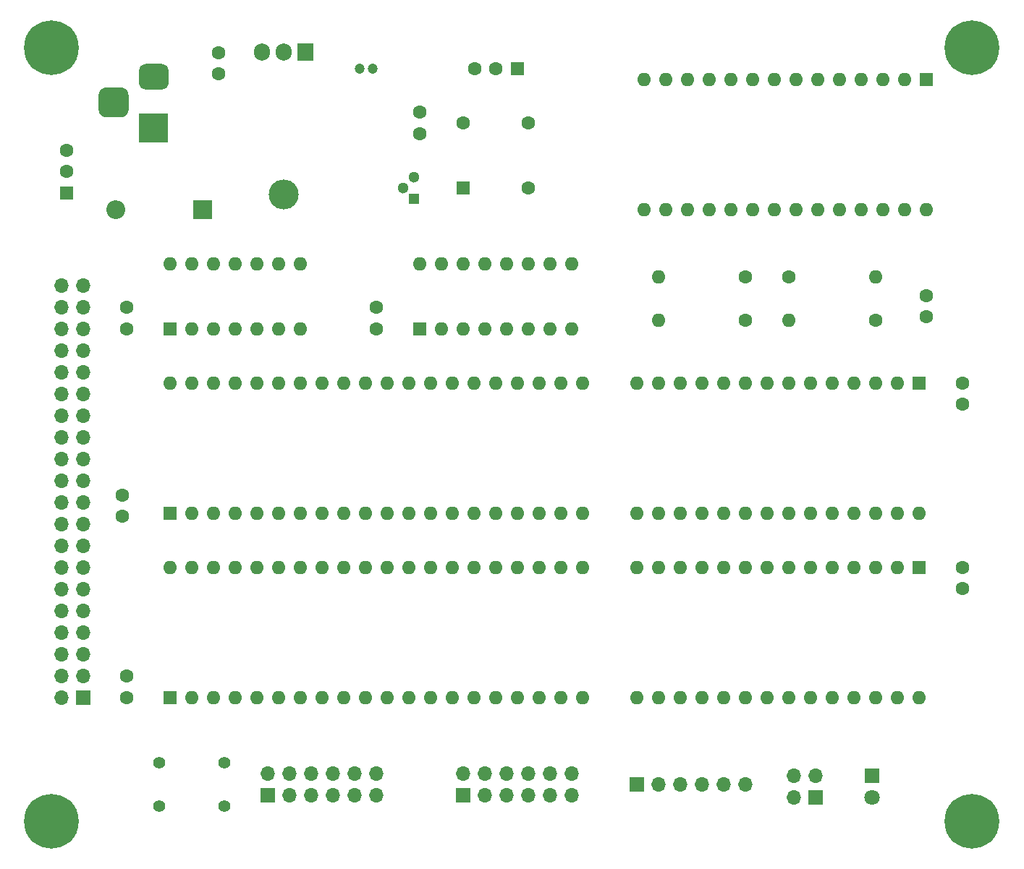
<source format=gts>
%TF.GenerationSoftware,KiCad,Pcbnew,5.1.9+dfsg1-1*%
%TF.CreationDate,2021-08-01T20:01:47+10:00*%
%TF.ProjectId,6502-computer,36353032-2d63-46f6-9d70-757465722e6b,rev?*%
%TF.SameCoordinates,Original*%
%TF.FileFunction,Soldermask,Top*%
%TF.FilePolarity,Negative*%
%FSLAX46Y46*%
G04 Gerber Fmt 4.6, Leading zero omitted, Abs format (unit mm)*
G04 Created by KiCad (PCBNEW 5.1.9+dfsg1-1) date 2021-08-01 20:01:47*
%MOMM*%
%LPD*%
G01*
G04 APERTURE LIST*
%ADD10R,1.600000X1.600000*%
%ADD11O,1.600000X1.600000*%
%ADD12C,1.300000*%
%ADD13R,1.300000X1.300000*%
%ADD14R,1.700000X1.700000*%
%ADD15O,1.700000X1.700000*%
%ADD16C,1.397000*%
%ADD17C,1.600000*%
%ADD18R,1.800000X1.800000*%
%ADD19C,1.800000*%
%ADD20C,0.800000*%
%ADD21C,6.400000*%
%ADD22O,1.905000X2.000000*%
%ADD23R,1.905000X2.000000*%
%ADD24O,3.500000X3.500000*%
%ADD25C,1.200000*%
%ADD26R,2.200000X2.200000*%
%ADD27O,2.200000X2.200000*%
%ADD28R,3.500000X3.500000*%
G04 APERTURE END LIST*
D10*
%TO.C,U4*%
X95885000Y-107950000D03*
D11*
X111125000Y-100330000D03*
X98425000Y-107950000D03*
X108585000Y-100330000D03*
X100965000Y-107950000D03*
X106045000Y-100330000D03*
X103505000Y-107950000D03*
X103505000Y-100330000D03*
X106045000Y-107950000D03*
X100965000Y-100330000D03*
X108585000Y-107950000D03*
X98425000Y-100330000D03*
X111125000Y-107950000D03*
X95885000Y-100330000D03*
%TD*%
%TO.C,U9*%
X184404000Y-93980000D03*
X151384000Y-78740000D03*
X181864000Y-93980000D03*
X153924000Y-78740000D03*
X179324000Y-93980000D03*
X156464000Y-78740000D03*
X176784000Y-93980000D03*
X159004000Y-78740000D03*
X174244000Y-93980000D03*
X161544000Y-78740000D03*
X171704000Y-93980000D03*
X164084000Y-78740000D03*
X169164000Y-93980000D03*
X166624000Y-78740000D03*
X166624000Y-93980000D03*
X169164000Y-78740000D03*
X164084000Y-93980000D03*
X171704000Y-78740000D03*
X161544000Y-93980000D03*
X174244000Y-78740000D03*
X159004000Y-93980000D03*
X176784000Y-78740000D03*
X156464000Y-93980000D03*
X179324000Y-78740000D03*
X153924000Y-93980000D03*
X181864000Y-78740000D03*
X151384000Y-93980000D03*
D10*
X184404000Y-78740000D03*
%TD*%
D12*
%TO.C,U7*%
X123190000Y-91440000D03*
X124460000Y-90170000D03*
D13*
X124460000Y-92710000D03*
%TD*%
D11*
%TO.C,U3*%
X95885000Y-135890000D03*
X144145000Y-151130000D03*
X98425000Y-135890000D03*
X141605000Y-151130000D03*
X100965000Y-135890000D03*
X139065000Y-151130000D03*
X103505000Y-135890000D03*
X136525000Y-151130000D03*
X106045000Y-135890000D03*
X133985000Y-151130000D03*
X108585000Y-135890000D03*
X131445000Y-151130000D03*
X111125000Y-135890000D03*
X128905000Y-151130000D03*
X113665000Y-135890000D03*
X126365000Y-151130000D03*
X116205000Y-135890000D03*
X123825000Y-151130000D03*
X118745000Y-135890000D03*
X121285000Y-151130000D03*
X121285000Y-135890000D03*
X118745000Y-151130000D03*
X123825000Y-135890000D03*
X116205000Y-151130000D03*
X126365000Y-135890000D03*
X113665000Y-151130000D03*
X128905000Y-135890000D03*
X111125000Y-151130000D03*
X131445000Y-135890000D03*
X108585000Y-151130000D03*
X133985000Y-135890000D03*
X106045000Y-151130000D03*
X136525000Y-135890000D03*
X103505000Y-151130000D03*
X139065000Y-135890000D03*
X100965000Y-151130000D03*
X141605000Y-135890000D03*
X98425000Y-151130000D03*
X144145000Y-135890000D03*
D10*
X95885000Y-151130000D03*
%TD*%
D14*
%TO.C,J1*%
X85725000Y-151130000D03*
D15*
X83185000Y-151130000D03*
X85725000Y-148590000D03*
X83185000Y-148590000D03*
X85725000Y-146050000D03*
X83185000Y-146050000D03*
X85725000Y-143510000D03*
X83185000Y-143510000D03*
X85725000Y-140970000D03*
X83185000Y-140970000D03*
X85725000Y-138430000D03*
X83185000Y-138430000D03*
X85725000Y-135890000D03*
X83185000Y-135890000D03*
X85725000Y-133350000D03*
X83185000Y-133350000D03*
X85725000Y-130810000D03*
X83185000Y-130810000D03*
X85725000Y-128270000D03*
X83185000Y-128270000D03*
X85725000Y-125730000D03*
X83185000Y-125730000D03*
X85725000Y-123190000D03*
X83185000Y-123190000D03*
X85725000Y-120650000D03*
X83185000Y-120650000D03*
X85725000Y-118110000D03*
X83185000Y-118110000D03*
X85725000Y-115570000D03*
X83185000Y-115570000D03*
X85725000Y-113030000D03*
X83185000Y-113030000D03*
X85725000Y-110490000D03*
X83185000Y-110490000D03*
X85725000Y-107950000D03*
X83185000Y-107950000D03*
X85725000Y-105410000D03*
X83185000Y-105410000D03*
X85725000Y-102870000D03*
X83185000Y-102870000D03*
%TD*%
D10*
%TO.C,U8*%
X183515000Y-114300000D03*
D11*
X150495000Y-129540000D03*
X180975000Y-114300000D03*
X153035000Y-129540000D03*
X178435000Y-114300000D03*
X155575000Y-129540000D03*
X175895000Y-114300000D03*
X158115000Y-129540000D03*
X173355000Y-114300000D03*
X160655000Y-129540000D03*
X170815000Y-114300000D03*
X163195000Y-129540000D03*
X168275000Y-114300000D03*
X165735000Y-129540000D03*
X165735000Y-114300000D03*
X168275000Y-129540000D03*
X163195000Y-114300000D03*
X170815000Y-129540000D03*
X160655000Y-114300000D03*
X173355000Y-129540000D03*
X158115000Y-114300000D03*
X175895000Y-129540000D03*
X155575000Y-114300000D03*
X178435000Y-129540000D03*
X153035000Y-114300000D03*
X180975000Y-129540000D03*
X150495000Y-114300000D03*
X183515000Y-129540000D03*
%TD*%
D10*
%TO.C,U1*%
X95885000Y-129540000D03*
D11*
X144145000Y-114300000D03*
X98425000Y-129540000D03*
X141605000Y-114300000D03*
X100965000Y-129540000D03*
X139065000Y-114300000D03*
X103505000Y-129540000D03*
X136525000Y-114300000D03*
X106045000Y-129540000D03*
X133985000Y-114300000D03*
X108585000Y-129540000D03*
X131445000Y-114300000D03*
X111125000Y-129540000D03*
X128905000Y-114300000D03*
X113665000Y-129540000D03*
X126365000Y-114300000D03*
X116205000Y-129540000D03*
X123825000Y-114300000D03*
X118745000Y-129540000D03*
X121285000Y-114300000D03*
X121285000Y-129540000D03*
X118745000Y-114300000D03*
X123825000Y-129540000D03*
X116205000Y-114300000D03*
X126365000Y-129540000D03*
X113665000Y-114300000D03*
X128905000Y-129540000D03*
X111125000Y-114300000D03*
X131445000Y-129540000D03*
X108585000Y-114300000D03*
X133985000Y-129540000D03*
X106045000Y-114300000D03*
X136525000Y-129540000D03*
X103505000Y-114300000D03*
X139065000Y-129540000D03*
X100965000Y-114300000D03*
X141605000Y-129540000D03*
X98425000Y-114300000D03*
X144145000Y-129540000D03*
X95885000Y-114300000D03*
%TD*%
D15*
%TO.C,J4*%
X120015000Y-160020000D03*
X120015000Y-162560000D03*
X117475000Y-160020000D03*
X117475000Y-162560000D03*
X114935000Y-160020000D03*
X114935000Y-162560000D03*
X112395000Y-160020000D03*
X112395000Y-162560000D03*
X109855000Y-160020000D03*
X109855000Y-162560000D03*
X107315000Y-160020000D03*
D14*
X107315000Y-162560000D03*
%TD*%
D16*
%TO.C,SW3*%
X102235000Y-158750000D03*
X102235000Y-163830000D03*
X94615000Y-158750000D03*
X94615000Y-163830000D03*
%TD*%
D17*
%TO.C,C4*%
X90805000Y-151130000D03*
X90805000Y-148630000D03*
%TD*%
%TO.C,C6*%
X90297000Y-129921000D03*
X90297000Y-127421000D03*
%TD*%
D18*
%TO.C,D2*%
X178054000Y-160274000D03*
D19*
X178054000Y-162814000D03*
%TD*%
D20*
%TO.C,H4*%
X191435056Y-163910944D03*
X189738000Y-163208000D03*
X188040944Y-163910944D03*
X187338000Y-165608000D03*
X188040944Y-167305056D03*
X189738000Y-168008000D03*
X191435056Y-167305056D03*
X192138000Y-165608000D03*
D21*
X189738000Y-165608000D03*
%TD*%
D20*
%TO.C,H2*%
X188040944Y-76754056D03*
X189738000Y-77457000D03*
X191435056Y-76754056D03*
X192138000Y-75057000D03*
X191435056Y-73359944D03*
X189738000Y-72657000D03*
X188040944Y-73359944D03*
X187338000Y-75057000D03*
D21*
X189738000Y-75057000D03*
%TD*%
D20*
%TO.C,H1*%
X80344944Y-76754056D03*
X82042000Y-77457000D03*
X83739056Y-76754056D03*
X84442000Y-75057000D03*
X83739056Y-73359944D03*
X82042000Y-72657000D03*
X80344944Y-73359944D03*
X79642000Y-75057000D03*
D21*
X82042000Y-75057000D03*
%TD*%
D20*
%TO.C,H3*%
X83739056Y-163910944D03*
X82042000Y-163208000D03*
X80344944Y-163910944D03*
X79642000Y-165608000D03*
X80344944Y-167305056D03*
X82042000Y-168008000D03*
X83739056Y-167305056D03*
X84442000Y-165608000D03*
D21*
X82042000Y-165608000D03*
%TD*%
D22*
%TO.C,U5*%
X106680000Y-75565000D03*
X109220000Y-75565000D03*
D23*
X111760000Y-75565000D03*
D24*
X109220000Y-92225000D03*
%TD*%
D17*
%TO.C,C1*%
X188595000Y-135890000D03*
X188595000Y-138390000D03*
%TD*%
%TO.C,C2*%
X120015000Y-105450000D03*
X120015000Y-107950000D03*
%TD*%
%TO.C,C3*%
X188595000Y-116800000D03*
X188595000Y-114300000D03*
%TD*%
%TO.C,C5*%
X125095000Y-82590000D03*
X125095000Y-85090000D03*
%TD*%
%TO.C,C7*%
X101600000Y-75605000D03*
X101600000Y-78105000D03*
%TD*%
%TO.C,C8*%
X184404000Y-104053000D03*
X184404000Y-106553000D03*
%TD*%
D25*
%TO.C,C9*%
X118110000Y-77470000D03*
X119610000Y-77470000D03*
%TD*%
D17*
%TO.C,C10*%
X90805000Y-107950000D03*
X90805000Y-105450000D03*
%TD*%
D26*
%TO.C,D1*%
X99695000Y-93980000D03*
D27*
X89535000Y-93980000D03*
%TD*%
D28*
%TO.C,J2*%
X93980000Y-84455000D03*
G36*
G01*
X92980000Y-76955000D02*
X94980000Y-76955000D01*
G75*
G02*
X95730000Y-77705000I0J-750000D01*
G01*
X95730000Y-79205000D01*
G75*
G02*
X94980000Y-79955000I-750000J0D01*
G01*
X92980000Y-79955000D01*
G75*
G02*
X92230000Y-79205000I0J750000D01*
G01*
X92230000Y-77705000D01*
G75*
G02*
X92980000Y-76955000I750000J0D01*
G01*
G37*
G36*
G01*
X88405000Y-79705000D02*
X90155000Y-79705000D01*
G75*
G02*
X91030000Y-80580000I0J-875000D01*
G01*
X91030000Y-82330000D01*
G75*
G02*
X90155000Y-83205000I-875000J0D01*
G01*
X88405000Y-83205000D01*
G75*
G02*
X87530000Y-82330000I0J875000D01*
G01*
X87530000Y-80580000D01*
G75*
G02*
X88405000Y-79705000I875000J0D01*
G01*
G37*
%TD*%
D14*
%TO.C,J3*%
X171450000Y-162814000D03*
D15*
X168910000Y-162814000D03*
X171450000Y-160274000D03*
X168910000Y-160274000D03*
%TD*%
D14*
%TO.C,J5*%
X130175000Y-162560000D03*
D15*
X130175000Y-160020000D03*
X132715000Y-162560000D03*
X132715000Y-160020000D03*
X135255000Y-162560000D03*
X135255000Y-160020000D03*
X137795000Y-162560000D03*
X137795000Y-160020000D03*
X140335000Y-162560000D03*
X140335000Y-160020000D03*
X142875000Y-162560000D03*
X142875000Y-160020000D03*
%TD*%
D14*
%TO.C,J6*%
X150495000Y-161290000D03*
D15*
X153035000Y-161290000D03*
X155575000Y-161290000D03*
X158115000Y-161290000D03*
X160655000Y-161290000D03*
X163195000Y-161290000D03*
%TD*%
D11*
%TO.C,R1*%
X168275000Y-106934000D03*
D17*
X178435000Y-106934000D03*
%TD*%
%TO.C,R2*%
X163195000Y-101854000D03*
D11*
X153035000Y-101854000D03*
%TD*%
%TO.C,R3*%
X178435000Y-101854000D03*
D17*
X168275000Y-101854000D03*
%TD*%
%TO.C,R4*%
X163195000Y-106934000D03*
D11*
X153035000Y-106934000D03*
%TD*%
D10*
%TO.C,SW1*%
X83820000Y-92035000D03*
D17*
X83820000Y-89535000D03*
X83820000Y-87035000D03*
%TD*%
%TO.C,SW2*%
X131525000Y-77470000D03*
X134025000Y-77470000D03*
D10*
X136525000Y-77470000D03*
%TD*%
%TO.C,U2*%
X125095000Y-107950000D03*
D11*
X142875000Y-100330000D03*
X127635000Y-107950000D03*
X140335000Y-100330000D03*
X130175000Y-107950000D03*
X137795000Y-100330000D03*
X132715000Y-107950000D03*
X135255000Y-100330000D03*
X135255000Y-107950000D03*
X132715000Y-100330000D03*
X137795000Y-107950000D03*
X130175000Y-100330000D03*
X140335000Y-107950000D03*
X127635000Y-100330000D03*
X142875000Y-107950000D03*
X125095000Y-100330000D03*
%TD*%
D10*
%TO.C,U6*%
X183515000Y-135890000D03*
D11*
X150495000Y-151130000D03*
X180975000Y-135890000D03*
X153035000Y-151130000D03*
X178435000Y-135890000D03*
X155575000Y-151130000D03*
X175895000Y-135890000D03*
X158115000Y-151130000D03*
X173355000Y-135890000D03*
X160655000Y-151130000D03*
X170815000Y-135890000D03*
X163195000Y-151130000D03*
X168275000Y-135890000D03*
X165735000Y-151130000D03*
X165735000Y-135890000D03*
X168275000Y-151130000D03*
X163195000Y-135890000D03*
X170815000Y-151130000D03*
X160655000Y-135890000D03*
X173355000Y-151130000D03*
X158115000Y-135890000D03*
X175895000Y-151130000D03*
X155575000Y-135890000D03*
X178435000Y-151130000D03*
X153035000Y-135890000D03*
X180975000Y-151130000D03*
X150495000Y-135890000D03*
X183515000Y-151130000D03*
%TD*%
D10*
%TO.C,X1*%
X130175000Y-91440000D03*
D17*
X130175000Y-83820000D03*
X137795000Y-83820000D03*
X137795000Y-91440000D03*
%TD*%
M02*

</source>
